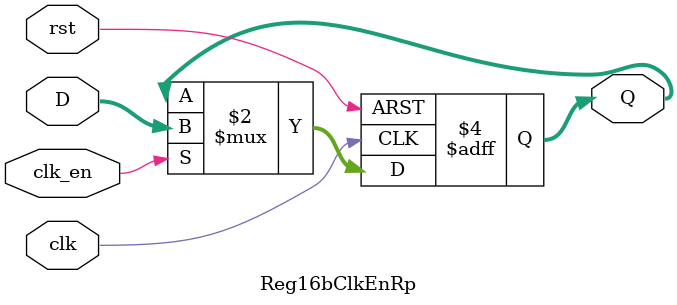
<source format=v>
`timescale 1ns / 1ps
module Reg16bClkEnRp(
	input clk, 		// clock
	input clk_en,	// clock enable
	input rst,	// reset
	input [15:0] D,	// data input
	output reg [15:0] Q);	// data output

	// module body
	always @(posedge clk, posedge rst) begin
		if(rst) Q <= 16'b0;
		else if (clk_en) Q <= D;
	end
endmodule

</source>
